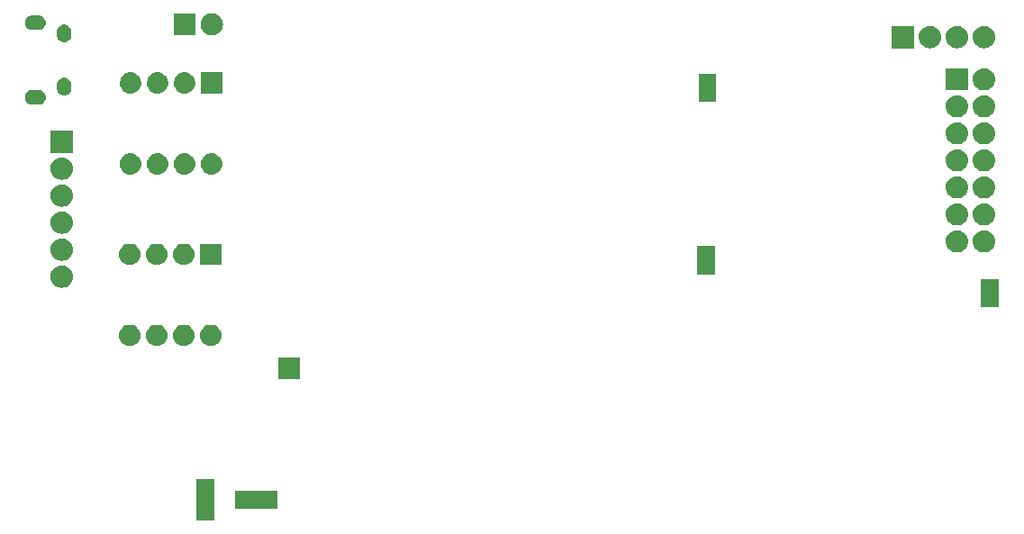
<source format=gbr>
G04 #@! TF.GenerationSoftware,KiCad,Pcbnew,5.0.2-bee76a0~70~ubuntu16.04.1*
G04 #@! TF.CreationDate,2019-03-26T22:40:40+05:30*
G04 #@! TF.ProjectId,neurolab,6e657572-6f6c-4616-922e-6b696361645f,rev?*
G04 #@! TF.SameCoordinates,Original*
G04 #@! TF.FileFunction,Soldermask,Bot*
G04 #@! TF.FilePolarity,Negative*
%FSLAX46Y46*%
G04 Gerber Fmt 4.6, Leading zero omitted, Abs format (unit mm)*
G04 Created by KiCad (PCBNEW 5.0.2-bee76a0~70~ubuntu16.04.1) date Tue 26 Mar 2019 22:40:40 +0530*
%MOMM*%
%LPD*%
G01*
G04 APERTURE LIST*
%ADD10C,0.100000*%
G04 APERTURE END LIST*
D10*
G36*
X110010000Y-126355000D02*
X108340000Y-126355000D01*
X108340000Y-122445000D01*
X110010000Y-122445000D01*
X110010000Y-126355000D01*
X110010000Y-126355000D01*
G37*
G36*
X115930000Y-125210000D02*
X112020000Y-125210000D01*
X112020000Y-123540000D01*
X115930000Y-123540000D01*
X115930000Y-125210000D01*
X115930000Y-125210000D01*
G37*
G36*
X118120000Y-113070000D02*
X116020000Y-113070000D01*
X116020000Y-110970000D01*
X118120000Y-110970000D01*
X118120000Y-113070000D01*
X118120000Y-113070000D01*
G37*
G36*
X102276030Y-107934469D02*
X102276033Y-107934470D01*
X102276034Y-107934470D01*
X102464535Y-107991651D01*
X102464537Y-107991652D01*
X102638260Y-108084509D01*
X102790528Y-108209472D01*
X102915491Y-108361740D01*
X103008348Y-108535463D01*
X103065531Y-108723970D01*
X103084838Y-108920000D01*
X103065531Y-109116030D01*
X103008348Y-109304537D01*
X102915491Y-109478260D01*
X102790528Y-109630528D01*
X102638260Y-109755491D01*
X102638258Y-109755492D01*
X102464535Y-109848349D01*
X102276034Y-109905530D01*
X102276033Y-109905530D01*
X102276030Y-109905531D01*
X102129124Y-109920000D01*
X102030876Y-109920000D01*
X101883970Y-109905531D01*
X101883967Y-109905530D01*
X101883966Y-109905530D01*
X101695465Y-109848349D01*
X101521742Y-109755492D01*
X101521740Y-109755491D01*
X101369472Y-109630528D01*
X101244509Y-109478260D01*
X101151652Y-109304537D01*
X101094469Y-109116030D01*
X101075162Y-108920000D01*
X101094469Y-108723970D01*
X101151652Y-108535463D01*
X101244509Y-108361740D01*
X101369472Y-108209472D01*
X101521740Y-108084509D01*
X101695463Y-107991652D01*
X101695465Y-107991651D01*
X101883966Y-107934470D01*
X101883967Y-107934470D01*
X101883970Y-107934469D01*
X102030876Y-107920000D01*
X102129124Y-107920000D01*
X102276030Y-107934469D01*
X102276030Y-107934469D01*
G37*
G36*
X109896030Y-107934469D02*
X109896033Y-107934470D01*
X109896034Y-107934470D01*
X110084535Y-107991651D01*
X110084537Y-107991652D01*
X110258260Y-108084509D01*
X110410528Y-108209472D01*
X110535491Y-108361740D01*
X110628348Y-108535463D01*
X110685531Y-108723970D01*
X110704838Y-108920000D01*
X110685531Y-109116030D01*
X110628348Y-109304537D01*
X110535491Y-109478260D01*
X110410528Y-109630528D01*
X110258260Y-109755491D01*
X110258258Y-109755492D01*
X110084535Y-109848349D01*
X109896034Y-109905530D01*
X109896033Y-109905530D01*
X109896030Y-109905531D01*
X109749124Y-109920000D01*
X109650876Y-109920000D01*
X109503970Y-109905531D01*
X109503967Y-109905530D01*
X109503966Y-109905530D01*
X109315465Y-109848349D01*
X109141742Y-109755492D01*
X109141740Y-109755491D01*
X108989472Y-109630528D01*
X108864509Y-109478260D01*
X108771652Y-109304537D01*
X108714469Y-109116030D01*
X108695162Y-108920000D01*
X108714469Y-108723970D01*
X108771652Y-108535463D01*
X108864509Y-108361740D01*
X108989472Y-108209472D01*
X109141740Y-108084509D01*
X109315463Y-107991652D01*
X109315465Y-107991651D01*
X109503966Y-107934470D01*
X109503967Y-107934470D01*
X109503970Y-107934469D01*
X109650876Y-107920000D01*
X109749124Y-107920000D01*
X109896030Y-107934469D01*
X109896030Y-107934469D01*
G37*
G36*
X107356030Y-107934469D02*
X107356033Y-107934470D01*
X107356034Y-107934470D01*
X107544535Y-107991651D01*
X107544537Y-107991652D01*
X107718260Y-108084509D01*
X107870528Y-108209472D01*
X107995491Y-108361740D01*
X108088348Y-108535463D01*
X108145531Y-108723970D01*
X108164838Y-108920000D01*
X108145531Y-109116030D01*
X108088348Y-109304537D01*
X107995491Y-109478260D01*
X107870528Y-109630528D01*
X107718260Y-109755491D01*
X107718258Y-109755492D01*
X107544535Y-109848349D01*
X107356034Y-109905530D01*
X107356033Y-109905530D01*
X107356030Y-109905531D01*
X107209124Y-109920000D01*
X107110876Y-109920000D01*
X106963970Y-109905531D01*
X106963967Y-109905530D01*
X106963966Y-109905530D01*
X106775465Y-109848349D01*
X106601742Y-109755492D01*
X106601740Y-109755491D01*
X106449472Y-109630528D01*
X106324509Y-109478260D01*
X106231652Y-109304537D01*
X106174469Y-109116030D01*
X106155162Y-108920000D01*
X106174469Y-108723970D01*
X106231652Y-108535463D01*
X106324509Y-108361740D01*
X106449472Y-108209472D01*
X106601740Y-108084509D01*
X106775463Y-107991652D01*
X106775465Y-107991651D01*
X106963966Y-107934470D01*
X106963967Y-107934470D01*
X106963970Y-107934469D01*
X107110876Y-107920000D01*
X107209124Y-107920000D01*
X107356030Y-107934469D01*
X107356030Y-107934469D01*
G37*
G36*
X104816030Y-107934469D02*
X104816033Y-107934470D01*
X104816034Y-107934470D01*
X105004535Y-107991651D01*
X105004537Y-107991652D01*
X105178260Y-108084509D01*
X105330528Y-108209472D01*
X105455491Y-108361740D01*
X105548348Y-108535463D01*
X105605531Y-108723970D01*
X105624838Y-108920000D01*
X105605531Y-109116030D01*
X105548348Y-109304537D01*
X105455491Y-109478260D01*
X105330528Y-109630528D01*
X105178260Y-109755491D01*
X105178258Y-109755492D01*
X105004535Y-109848349D01*
X104816034Y-109905530D01*
X104816033Y-109905530D01*
X104816030Y-109905531D01*
X104669124Y-109920000D01*
X104570876Y-109920000D01*
X104423970Y-109905531D01*
X104423967Y-109905530D01*
X104423966Y-109905530D01*
X104235465Y-109848349D01*
X104061742Y-109755492D01*
X104061740Y-109755491D01*
X103909472Y-109630528D01*
X103784509Y-109478260D01*
X103691652Y-109304537D01*
X103634469Y-109116030D01*
X103615162Y-108920000D01*
X103634469Y-108723970D01*
X103691652Y-108535463D01*
X103784509Y-108361740D01*
X103909472Y-108209472D01*
X104061740Y-108084509D01*
X104235463Y-107991652D01*
X104235465Y-107991651D01*
X104423966Y-107934470D01*
X104423967Y-107934470D01*
X104423970Y-107934469D01*
X104570876Y-107920000D01*
X104669124Y-107920000D01*
X104816030Y-107934469D01*
X104816030Y-107934469D01*
G37*
G36*
X183795000Y-106255000D02*
X182125000Y-106255000D01*
X182125000Y-103605000D01*
X183795000Y-103605000D01*
X183795000Y-106255000D01*
X183795000Y-106255000D01*
G37*
G36*
X95828707Y-102357597D02*
X95905836Y-102365193D01*
X96037787Y-102405220D01*
X96103763Y-102425233D01*
X96286172Y-102522733D01*
X96446054Y-102653946D01*
X96577267Y-102813828D01*
X96674767Y-102996237D01*
X96674767Y-102996238D01*
X96734807Y-103194164D01*
X96755080Y-103400000D01*
X96734807Y-103605836D01*
X96694780Y-103737787D01*
X96674767Y-103803763D01*
X96577267Y-103986172D01*
X96446054Y-104146054D01*
X96286172Y-104277267D01*
X96103763Y-104374767D01*
X96037787Y-104394780D01*
X95905836Y-104434807D01*
X95828707Y-104442403D01*
X95751580Y-104450000D01*
X95648420Y-104450000D01*
X95571293Y-104442403D01*
X95494164Y-104434807D01*
X95362213Y-104394780D01*
X95296237Y-104374767D01*
X95113828Y-104277267D01*
X94953946Y-104146054D01*
X94822733Y-103986172D01*
X94725233Y-103803763D01*
X94705220Y-103737787D01*
X94665193Y-103605836D01*
X94644920Y-103400000D01*
X94665193Y-103194164D01*
X94725233Y-102996238D01*
X94725233Y-102996237D01*
X94822733Y-102813828D01*
X94953946Y-102653946D01*
X95113828Y-102522733D01*
X95296237Y-102425233D01*
X95362213Y-102405220D01*
X95494164Y-102365193D01*
X95571293Y-102357597D01*
X95648420Y-102350000D01*
X95751580Y-102350000D01*
X95828707Y-102357597D01*
X95828707Y-102357597D01*
G37*
G36*
X157085000Y-103200000D02*
X155415000Y-103200000D01*
X155415000Y-100550000D01*
X157085000Y-100550000D01*
X157085000Y-103200000D01*
X157085000Y-103200000D01*
G37*
G36*
X110700000Y-102300000D02*
X108700000Y-102300000D01*
X108700000Y-100300000D01*
X110700000Y-100300000D01*
X110700000Y-102300000D01*
X110700000Y-102300000D01*
G37*
G36*
X107356030Y-100314469D02*
X107356033Y-100314470D01*
X107356034Y-100314470D01*
X107544535Y-100371651D01*
X107544537Y-100371652D01*
X107718260Y-100464509D01*
X107870528Y-100589472D01*
X107995491Y-100741740D01*
X108088348Y-100915463D01*
X108145531Y-101103970D01*
X108164838Y-101300000D01*
X108145531Y-101496030D01*
X108088348Y-101684537D01*
X107995491Y-101858260D01*
X107870528Y-102010528D01*
X107718260Y-102135491D01*
X107718258Y-102135492D01*
X107544535Y-102228349D01*
X107356034Y-102285530D01*
X107356033Y-102285530D01*
X107356030Y-102285531D01*
X107209124Y-102300000D01*
X107110876Y-102300000D01*
X106963970Y-102285531D01*
X106963967Y-102285530D01*
X106963966Y-102285530D01*
X106775465Y-102228349D01*
X106601742Y-102135492D01*
X106601740Y-102135491D01*
X106449472Y-102010528D01*
X106324509Y-101858260D01*
X106231652Y-101684537D01*
X106174469Y-101496030D01*
X106155162Y-101300000D01*
X106174469Y-101103970D01*
X106231652Y-100915463D01*
X106324509Y-100741740D01*
X106449472Y-100589472D01*
X106601740Y-100464509D01*
X106775463Y-100371652D01*
X106775465Y-100371651D01*
X106963966Y-100314470D01*
X106963967Y-100314470D01*
X106963970Y-100314469D01*
X107110876Y-100300000D01*
X107209124Y-100300000D01*
X107356030Y-100314469D01*
X107356030Y-100314469D01*
G37*
G36*
X104816030Y-100314469D02*
X104816033Y-100314470D01*
X104816034Y-100314470D01*
X105004535Y-100371651D01*
X105004537Y-100371652D01*
X105178260Y-100464509D01*
X105330528Y-100589472D01*
X105455491Y-100741740D01*
X105548348Y-100915463D01*
X105605531Y-101103970D01*
X105624838Y-101300000D01*
X105605531Y-101496030D01*
X105548348Y-101684537D01*
X105455491Y-101858260D01*
X105330528Y-102010528D01*
X105178260Y-102135491D01*
X105178258Y-102135492D01*
X105004535Y-102228349D01*
X104816034Y-102285530D01*
X104816033Y-102285530D01*
X104816030Y-102285531D01*
X104669124Y-102300000D01*
X104570876Y-102300000D01*
X104423970Y-102285531D01*
X104423967Y-102285530D01*
X104423966Y-102285530D01*
X104235465Y-102228349D01*
X104061742Y-102135492D01*
X104061740Y-102135491D01*
X103909472Y-102010528D01*
X103784509Y-101858260D01*
X103691652Y-101684537D01*
X103634469Y-101496030D01*
X103615162Y-101300000D01*
X103634469Y-101103970D01*
X103691652Y-100915463D01*
X103784509Y-100741740D01*
X103909472Y-100589472D01*
X104061740Y-100464509D01*
X104235463Y-100371652D01*
X104235465Y-100371651D01*
X104423966Y-100314470D01*
X104423967Y-100314470D01*
X104423970Y-100314469D01*
X104570876Y-100300000D01*
X104669124Y-100300000D01*
X104816030Y-100314469D01*
X104816030Y-100314469D01*
G37*
G36*
X102276030Y-100314469D02*
X102276033Y-100314470D01*
X102276034Y-100314470D01*
X102464535Y-100371651D01*
X102464537Y-100371652D01*
X102638260Y-100464509D01*
X102790528Y-100589472D01*
X102915491Y-100741740D01*
X103008348Y-100915463D01*
X103065531Y-101103970D01*
X103084838Y-101300000D01*
X103065531Y-101496030D01*
X103008348Y-101684537D01*
X102915491Y-101858260D01*
X102790528Y-102010528D01*
X102638260Y-102135491D01*
X102638258Y-102135492D01*
X102464535Y-102228349D01*
X102276034Y-102285530D01*
X102276033Y-102285530D01*
X102276030Y-102285531D01*
X102129124Y-102300000D01*
X102030876Y-102300000D01*
X101883970Y-102285531D01*
X101883967Y-102285530D01*
X101883966Y-102285530D01*
X101695465Y-102228349D01*
X101521742Y-102135492D01*
X101521740Y-102135491D01*
X101369472Y-102010528D01*
X101244509Y-101858260D01*
X101151652Y-101684537D01*
X101094469Y-101496030D01*
X101075162Y-101300000D01*
X101094469Y-101103970D01*
X101151652Y-100915463D01*
X101244509Y-100741740D01*
X101369472Y-100589472D01*
X101521740Y-100464509D01*
X101695463Y-100371652D01*
X101695465Y-100371651D01*
X101883966Y-100314470D01*
X101883967Y-100314470D01*
X101883970Y-100314469D01*
X102030876Y-100300000D01*
X102129124Y-100300000D01*
X102276030Y-100314469D01*
X102276030Y-100314469D01*
G37*
G36*
X95828707Y-99817596D02*
X95905836Y-99825193D01*
X96037787Y-99865220D01*
X96103763Y-99885233D01*
X96286172Y-99982733D01*
X96446054Y-100113946D01*
X96577267Y-100273828D01*
X96674767Y-100456237D01*
X96674767Y-100456238D01*
X96734807Y-100654164D01*
X96755080Y-100860000D01*
X96734807Y-101065836D01*
X96694780Y-101197787D01*
X96674767Y-101263763D01*
X96577267Y-101446172D01*
X96446054Y-101606054D01*
X96286172Y-101737267D01*
X96103763Y-101834767D01*
X96037787Y-101854780D01*
X95905836Y-101894807D01*
X95828707Y-101902404D01*
X95751580Y-101910000D01*
X95648420Y-101910000D01*
X95571293Y-101902404D01*
X95494164Y-101894807D01*
X95362213Y-101854780D01*
X95296237Y-101834767D01*
X95113828Y-101737267D01*
X94953946Y-101606054D01*
X94822733Y-101446172D01*
X94725233Y-101263763D01*
X94705220Y-101197787D01*
X94665193Y-101065836D01*
X94644920Y-100860000D01*
X94665193Y-100654164D01*
X94725233Y-100456238D01*
X94725233Y-100456237D01*
X94822733Y-100273828D01*
X94953946Y-100113946D01*
X95113828Y-99982733D01*
X95296237Y-99885233D01*
X95362213Y-99865220D01*
X95494164Y-99825193D01*
X95571293Y-99817596D01*
X95648420Y-99810000D01*
X95751580Y-99810000D01*
X95828707Y-99817596D01*
X95828707Y-99817596D01*
G37*
G36*
X182518707Y-99047596D02*
X182595836Y-99055193D01*
X182727787Y-99095220D01*
X182793763Y-99115233D01*
X182976172Y-99212733D01*
X183136054Y-99343946D01*
X183267267Y-99503828D01*
X183364767Y-99686237D01*
X183364767Y-99686238D01*
X183424807Y-99884164D01*
X183445080Y-100090000D01*
X183424807Y-100295836D01*
X183384780Y-100427787D01*
X183364767Y-100493763D01*
X183267267Y-100676172D01*
X183136054Y-100836054D01*
X182976172Y-100967267D01*
X182793763Y-101064767D01*
X182727787Y-101084780D01*
X182595836Y-101124807D01*
X182518707Y-101132403D01*
X182441580Y-101140000D01*
X182338420Y-101140000D01*
X182261293Y-101132404D01*
X182184164Y-101124807D01*
X182052213Y-101084780D01*
X181986237Y-101064767D01*
X181803828Y-100967267D01*
X181643946Y-100836054D01*
X181512733Y-100676172D01*
X181415233Y-100493763D01*
X181395220Y-100427787D01*
X181355193Y-100295836D01*
X181334920Y-100090000D01*
X181355193Y-99884164D01*
X181415233Y-99686238D01*
X181415233Y-99686237D01*
X181512733Y-99503828D01*
X181643946Y-99343946D01*
X181803828Y-99212733D01*
X181986237Y-99115233D01*
X182052213Y-99095220D01*
X182184164Y-99055193D01*
X182261293Y-99047597D01*
X182338420Y-99040000D01*
X182441580Y-99040000D01*
X182518707Y-99047596D01*
X182518707Y-99047596D01*
G37*
G36*
X179978707Y-99047596D02*
X180055836Y-99055193D01*
X180187787Y-99095220D01*
X180253763Y-99115233D01*
X180436172Y-99212733D01*
X180596054Y-99343946D01*
X180727267Y-99503828D01*
X180824767Y-99686237D01*
X180824767Y-99686238D01*
X180884807Y-99884164D01*
X180905080Y-100090000D01*
X180884807Y-100295836D01*
X180844780Y-100427787D01*
X180824767Y-100493763D01*
X180727267Y-100676172D01*
X180596054Y-100836054D01*
X180436172Y-100967267D01*
X180253763Y-101064767D01*
X180187787Y-101084780D01*
X180055836Y-101124807D01*
X179978707Y-101132403D01*
X179901580Y-101140000D01*
X179798420Y-101140000D01*
X179721293Y-101132404D01*
X179644164Y-101124807D01*
X179512213Y-101084780D01*
X179446237Y-101064767D01*
X179263828Y-100967267D01*
X179103946Y-100836054D01*
X178972733Y-100676172D01*
X178875233Y-100493763D01*
X178855220Y-100427787D01*
X178815193Y-100295836D01*
X178794920Y-100090000D01*
X178815193Y-99884164D01*
X178875233Y-99686238D01*
X178875233Y-99686237D01*
X178972733Y-99503828D01*
X179103946Y-99343946D01*
X179263828Y-99212733D01*
X179446237Y-99115233D01*
X179512213Y-99095220D01*
X179644164Y-99055193D01*
X179721293Y-99047597D01*
X179798420Y-99040000D01*
X179901580Y-99040000D01*
X179978707Y-99047596D01*
X179978707Y-99047596D01*
G37*
G36*
X95828707Y-97277596D02*
X95905836Y-97285193D01*
X96037787Y-97325220D01*
X96103763Y-97345233D01*
X96286172Y-97442733D01*
X96446054Y-97573946D01*
X96577267Y-97733828D01*
X96674767Y-97916237D01*
X96674767Y-97916238D01*
X96734807Y-98114164D01*
X96755080Y-98320000D01*
X96734807Y-98525836D01*
X96694780Y-98657787D01*
X96674767Y-98723763D01*
X96577267Y-98906172D01*
X96446054Y-99066054D01*
X96286172Y-99197267D01*
X96103763Y-99294767D01*
X96037787Y-99314780D01*
X95905836Y-99354807D01*
X95828707Y-99362403D01*
X95751580Y-99370000D01*
X95648420Y-99370000D01*
X95571293Y-99362404D01*
X95494164Y-99354807D01*
X95362213Y-99314780D01*
X95296237Y-99294767D01*
X95113828Y-99197267D01*
X94953946Y-99066054D01*
X94822733Y-98906172D01*
X94725233Y-98723763D01*
X94705220Y-98657787D01*
X94665193Y-98525836D01*
X94644920Y-98320000D01*
X94665193Y-98114164D01*
X94725233Y-97916238D01*
X94725233Y-97916237D01*
X94822733Y-97733828D01*
X94953946Y-97573946D01*
X95113828Y-97442733D01*
X95296237Y-97345233D01*
X95362213Y-97325220D01*
X95494164Y-97285193D01*
X95571293Y-97277596D01*
X95648420Y-97270000D01*
X95751580Y-97270000D01*
X95828707Y-97277596D01*
X95828707Y-97277596D01*
G37*
G36*
X179978707Y-96507596D02*
X180055836Y-96515193D01*
X180187787Y-96555220D01*
X180253763Y-96575233D01*
X180436172Y-96672733D01*
X180596054Y-96803946D01*
X180727267Y-96963828D01*
X180824767Y-97146237D01*
X180824767Y-97146238D01*
X180884807Y-97344164D01*
X180905080Y-97550000D01*
X180884807Y-97755836D01*
X180844780Y-97887787D01*
X180824767Y-97953763D01*
X180727267Y-98136172D01*
X180596054Y-98296054D01*
X180436172Y-98427267D01*
X180253763Y-98524767D01*
X180187787Y-98544780D01*
X180055836Y-98584807D01*
X179978707Y-98592403D01*
X179901580Y-98600000D01*
X179798420Y-98600000D01*
X179721293Y-98592404D01*
X179644164Y-98584807D01*
X179512213Y-98544780D01*
X179446237Y-98524767D01*
X179263828Y-98427267D01*
X179103946Y-98296054D01*
X178972733Y-98136172D01*
X178875233Y-97953763D01*
X178855220Y-97887787D01*
X178815193Y-97755836D01*
X178794920Y-97550000D01*
X178815193Y-97344164D01*
X178875233Y-97146238D01*
X178875233Y-97146237D01*
X178972733Y-96963828D01*
X179103946Y-96803946D01*
X179263828Y-96672733D01*
X179446237Y-96575233D01*
X179512213Y-96555220D01*
X179644164Y-96515193D01*
X179721293Y-96507597D01*
X179798420Y-96500000D01*
X179901580Y-96500000D01*
X179978707Y-96507596D01*
X179978707Y-96507596D01*
G37*
G36*
X182518707Y-96507596D02*
X182595836Y-96515193D01*
X182727787Y-96555220D01*
X182793763Y-96575233D01*
X182976172Y-96672733D01*
X183136054Y-96803946D01*
X183267267Y-96963828D01*
X183364767Y-97146237D01*
X183364767Y-97146238D01*
X183424807Y-97344164D01*
X183445080Y-97550000D01*
X183424807Y-97755836D01*
X183384780Y-97887787D01*
X183364767Y-97953763D01*
X183267267Y-98136172D01*
X183136054Y-98296054D01*
X182976172Y-98427267D01*
X182793763Y-98524767D01*
X182727787Y-98544780D01*
X182595836Y-98584807D01*
X182518707Y-98592403D01*
X182441580Y-98600000D01*
X182338420Y-98600000D01*
X182261293Y-98592404D01*
X182184164Y-98584807D01*
X182052213Y-98544780D01*
X181986237Y-98524767D01*
X181803828Y-98427267D01*
X181643946Y-98296054D01*
X181512733Y-98136172D01*
X181415233Y-97953763D01*
X181395220Y-97887787D01*
X181355193Y-97755836D01*
X181334920Y-97550000D01*
X181355193Y-97344164D01*
X181415233Y-97146238D01*
X181415233Y-97146237D01*
X181512733Y-96963828D01*
X181643946Y-96803946D01*
X181803828Y-96672733D01*
X181986237Y-96575233D01*
X182052213Y-96555220D01*
X182184164Y-96515193D01*
X182261293Y-96507597D01*
X182338420Y-96500000D01*
X182441580Y-96500000D01*
X182518707Y-96507596D01*
X182518707Y-96507596D01*
G37*
G36*
X95828707Y-94737596D02*
X95905836Y-94745193D01*
X96037787Y-94785220D01*
X96103763Y-94805233D01*
X96286172Y-94902733D01*
X96446054Y-95033946D01*
X96577267Y-95193828D01*
X96674767Y-95376237D01*
X96674767Y-95376238D01*
X96734807Y-95574164D01*
X96755080Y-95780000D01*
X96734807Y-95985836D01*
X96694780Y-96117787D01*
X96674767Y-96183763D01*
X96577267Y-96366172D01*
X96446054Y-96526054D01*
X96286172Y-96657267D01*
X96103763Y-96754767D01*
X96037787Y-96774780D01*
X95905836Y-96814807D01*
X95828707Y-96822404D01*
X95751580Y-96830000D01*
X95648420Y-96830000D01*
X95571293Y-96822404D01*
X95494164Y-96814807D01*
X95362213Y-96774780D01*
X95296237Y-96754767D01*
X95113828Y-96657267D01*
X94953946Y-96526054D01*
X94822733Y-96366172D01*
X94725233Y-96183763D01*
X94705220Y-96117787D01*
X94665193Y-95985836D01*
X94644920Y-95780000D01*
X94665193Y-95574164D01*
X94725233Y-95376238D01*
X94725233Y-95376237D01*
X94822733Y-95193828D01*
X94953946Y-95033946D01*
X95113828Y-94902733D01*
X95296237Y-94805233D01*
X95362213Y-94785220D01*
X95494164Y-94745193D01*
X95571293Y-94737596D01*
X95648420Y-94730000D01*
X95751580Y-94730000D01*
X95828707Y-94737596D01*
X95828707Y-94737596D01*
G37*
G36*
X179978707Y-93967596D02*
X180055836Y-93975193D01*
X180187787Y-94015220D01*
X180253763Y-94035233D01*
X180436172Y-94132733D01*
X180596054Y-94263946D01*
X180727267Y-94423828D01*
X180824767Y-94606237D01*
X180824767Y-94606238D01*
X180884807Y-94804164D01*
X180905080Y-95010000D01*
X180884807Y-95215836D01*
X180844780Y-95347787D01*
X180824767Y-95413763D01*
X180727267Y-95596172D01*
X180596054Y-95756054D01*
X180436172Y-95887267D01*
X180253763Y-95984767D01*
X180187787Y-96004780D01*
X180055836Y-96044807D01*
X179978707Y-96052403D01*
X179901580Y-96060000D01*
X179798420Y-96060000D01*
X179721293Y-96052404D01*
X179644164Y-96044807D01*
X179512213Y-96004780D01*
X179446237Y-95984767D01*
X179263828Y-95887267D01*
X179103946Y-95756054D01*
X178972733Y-95596172D01*
X178875233Y-95413763D01*
X178855220Y-95347787D01*
X178815193Y-95215836D01*
X178794920Y-95010000D01*
X178815193Y-94804164D01*
X178875233Y-94606238D01*
X178875233Y-94606237D01*
X178972733Y-94423828D01*
X179103946Y-94263946D01*
X179263828Y-94132733D01*
X179446237Y-94035233D01*
X179512213Y-94015220D01*
X179644164Y-93975193D01*
X179721293Y-93967596D01*
X179798420Y-93960000D01*
X179901580Y-93960000D01*
X179978707Y-93967596D01*
X179978707Y-93967596D01*
G37*
G36*
X182518707Y-93967596D02*
X182595836Y-93975193D01*
X182727787Y-94015220D01*
X182793763Y-94035233D01*
X182976172Y-94132733D01*
X183136054Y-94263946D01*
X183267267Y-94423828D01*
X183364767Y-94606237D01*
X183364767Y-94606238D01*
X183424807Y-94804164D01*
X183445080Y-95010000D01*
X183424807Y-95215836D01*
X183384780Y-95347787D01*
X183364767Y-95413763D01*
X183267267Y-95596172D01*
X183136054Y-95756054D01*
X182976172Y-95887267D01*
X182793763Y-95984767D01*
X182727787Y-96004780D01*
X182595836Y-96044807D01*
X182518707Y-96052403D01*
X182441580Y-96060000D01*
X182338420Y-96060000D01*
X182261293Y-96052404D01*
X182184164Y-96044807D01*
X182052213Y-96004780D01*
X181986237Y-95984767D01*
X181803828Y-95887267D01*
X181643946Y-95756054D01*
X181512733Y-95596172D01*
X181415233Y-95413763D01*
X181395220Y-95347787D01*
X181355193Y-95215836D01*
X181334920Y-95010000D01*
X181355193Y-94804164D01*
X181415233Y-94606238D01*
X181415233Y-94606237D01*
X181512733Y-94423828D01*
X181643946Y-94263946D01*
X181803828Y-94132733D01*
X181986237Y-94035233D01*
X182052213Y-94015220D01*
X182184164Y-93975193D01*
X182261293Y-93967596D01*
X182338420Y-93960000D01*
X182441580Y-93960000D01*
X182518707Y-93967596D01*
X182518707Y-93967596D01*
G37*
G36*
X95828707Y-92197596D02*
X95905836Y-92205193D01*
X96009839Y-92236742D01*
X96103763Y-92265233D01*
X96286172Y-92362733D01*
X96446054Y-92493946D01*
X96577267Y-92653828D01*
X96674767Y-92836237D01*
X96674767Y-92836238D01*
X96734807Y-93034164D01*
X96755080Y-93240000D01*
X96734807Y-93445836D01*
X96694780Y-93577787D01*
X96674767Y-93643763D01*
X96577267Y-93826172D01*
X96446054Y-93986054D01*
X96286172Y-94117267D01*
X96103763Y-94214767D01*
X96037787Y-94234780D01*
X95905836Y-94274807D01*
X95828707Y-94282403D01*
X95751580Y-94290000D01*
X95648420Y-94290000D01*
X95571293Y-94282403D01*
X95494164Y-94274807D01*
X95362213Y-94234780D01*
X95296237Y-94214767D01*
X95113828Y-94117267D01*
X94953946Y-93986054D01*
X94822733Y-93826172D01*
X94725233Y-93643763D01*
X94705220Y-93577787D01*
X94665193Y-93445836D01*
X94644920Y-93240000D01*
X94665193Y-93034164D01*
X94725233Y-92836238D01*
X94725233Y-92836237D01*
X94822733Y-92653828D01*
X94953946Y-92493946D01*
X95113828Y-92362733D01*
X95296237Y-92265233D01*
X95390161Y-92236742D01*
X95494164Y-92205193D01*
X95571293Y-92197596D01*
X95648420Y-92190000D01*
X95751580Y-92190000D01*
X95828707Y-92197596D01*
X95828707Y-92197596D01*
G37*
G36*
X104891030Y-91809469D02*
X104891033Y-91809470D01*
X104891034Y-91809470D01*
X105079535Y-91866651D01*
X105079537Y-91866652D01*
X105253260Y-91959509D01*
X105405528Y-92084472D01*
X105530491Y-92236740D01*
X105545721Y-92265233D01*
X105623349Y-92410465D01*
X105680530Y-92598966D01*
X105680531Y-92598970D01*
X105699838Y-92795000D01*
X105680531Y-92991030D01*
X105680530Y-92991033D01*
X105680530Y-92991034D01*
X105660771Y-93056172D01*
X105623348Y-93179537D01*
X105530491Y-93353260D01*
X105405528Y-93505528D01*
X105253260Y-93630491D01*
X105253258Y-93630492D01*
X105079535Y-93723349D01*
X104891034Y-93780530D01*
X104891033Y-93780530D01*
X104891030Y-93780531D01*
X104744124Y-93795000D01*
X104645876Y-93795000D01*
X104498970Y-93780531D01*
X104498967Y-93780530D01*
X104498966Y-93780530D01*
X104310465Y-93723349D01*
X104136742Y-93630492D01*
X104136740Y-93630491D01*
X103984472Y-93505528D01*
X103859509Y-93353260D01*
X103766652Y-93179537D01*
X103729230Y-93056172D01*
X103709470Y-92991034D01*
X103709470Y-92991033D01*
X103709469Y-92991030D01*
X103690162Y-92795000D01*
X103709469Y-92598970D01*
X103709470Y-92598966D01*
X103766651Y-92410465D01*
X103844279Y-92265233D01*
X103859509Y-92236740D01*
X103984472Y-92084472D01*
X104136740Y-91959509D01*
X104310463Y-91866652D01*
X104310465Y-91866651D01*
X104498966Y-91809470D01*
X104498967Y-91809470D01*
X104498970Y-91809469D01*
X104645876Y-91795000D01*
X104744124Y-91795000D01*
X104891030Y-91809469D01*
X104891030Y-91809469D01*
G37*
G36*
X107431030Y-91809469D02*
X107431033Y-91809470D01*
X107431034Y-91809470D01*
X107619535Y-91866651D01*
X107619537Y-91866652D01*
X107793260Y-91959509D01*
X107945528Y-92084472D01*
X108070491Y-92236740D01*
X108085721Y-92265233D01*
X108163349Y-92410465D01*
X108220530Y-92598966D01*
X108220531Y-92598970D01*
X108239838Y-92795000D01*
X108220531Y-92991030D01*
X108220530Y-92991033D01*
X108220530Y-92991034D01*
X108200771Y-93056172D01*
X108163348Y-93179537D01*
X108070491Y-93353260D01*
X107945528Y-93505528D01*
X107793260Y-93630491D01*
X107793258Y-93630492D01*
X107619535Y-93723349D01*
X107431034Y-93780530D01*
X107431033Y-93780530D01*
X107431030Y-93780531D01*
X107284124Y-93795000D01*
X107185876Y-93795000D01*
X107038970Y-93780531D01*
X107038967Y-93780530D01*
X107038966Y-93780530D01*
X106850465Y-93723349D01*
X106676742Y-93630492D01*
X106676740Y-93630491D01*
X106524472Y-93505528D01*
X106399509Y-93353260D01*
X106306652Y-93179537D01*
X106269230Y-93056172D01*
X106249470Y-92991034D01*
X106249470Y-92991033D01*
X106249469Y-92991030D01*
X106230162Y-92795000D01*
X106249469Y-92598970D01*
X106249470Y-92598966D01*
X106306651Y-92410465D01*
X106384279Y-92265233D01*
X106399509Y-92236740D01*
X106524472Y-92084472D01*
X106676740Y-91959509D01*
X106850463Y-91866652D01*
X106850465Y-91866651D01*
X107038966Y-91809470D01*
X107038967Y-91809470D01*
X107038970Y-91809469D01*
X107185876Y-91795000D01*
X107284124Y-91795000D01*
X107431030Y-91809469D01*
X107431030Y-91809469D01*
G37*
G36*
X102351030Y-91809469D02*
X102351033Y-91809470D01*
X102351034Y-91809470D01*
X102539535Y-91866651D01*
X102539537Y-91866652D01*
X102713260Y-91959509D01*
X102865528Y-92084472D01*
X102990491Y-92236740D01*
X103005721Y-92265233D01*
X103083349Y-92410465D01*
X103140530Y-92598966D01*
X103140531Y-92598970D01*
X103159838Y-92795000D01*
X103140531Y-92991030D01*
X103140530Y-92991033D01*
X103140530Y-92991034D01*
X103120771Y-93056172D01*
X103083348Y-93179537D01*
X102990491Y-93353260D01*
X102865528Y-93505528D01*
X102713260Y-93630491D01*
X102713258Y-93630492D01*
X102539535Y-93723349D01*
X102351034Y-93780530D01*
X102351033Y-93780530D01*
X102351030Y-93780531D01*
X102204124Y-93795000D01*
X102105876Y-93795000D01*
X101958970Y-93780531D01*
X101958967Y-93780530D01*
X101958966Y-93780530D01*
X101770465Y-93723349D01*
X101596742Y-93630492D01*
X101596740Y-93630491D01*
X101444472Y-93505528D01*
X101319509Y-93353260D01*
X101226652Y-93179537D01*
X101189230Y-93056172D01*
X101169470Y-92991034D01*
X101169470Y-92991033D01*
X101169469Y-92991030D01*
X101150162Y-92795000D01*
X101169469Y-92598970D01*
X101169470Y-92598966D01*
X101226651Y-92410465D01*
X101304279Y-92265233D01*
X101319509Y-92236740D01*
X101444472Y-92084472D01*
X101596740Y-91959509D01*
X101770463Y-91866652D01*
X101770465Y-91866651D01*
X101958966Y-91809470D01*
X101958967Y-91809470D01*
X101958970Y-91809469D01*
X102105876Y-91795000D01*
X102204124Y-91795000D01*
X102351030Y-91809469D01*
X102351030Y-91809469D01*
G37*
G36*
X109971030Y-91809469D02*
X109971033Y-91809470D01*
X109971034Y-91809470D01*
X110159535Y-91866651D01*
X110159537Y-91866652D01*
X110333260Y-91959509D01*
X110485528Y-92084472D01*
X110610491Y-92236740D01*
X110625721Y-92265233D01*
X110703349Y-92410465D01*
X110760530Y-92598966D01*
X110760531Y-92598970D01*
X110779838Y-92795000D01*
X110760531Y-92991030D01*
X110760530Y-92991033D01*
X110760530Y-92991034D01*
X110740771Y-93056172D01*
X110703348Y-93179537D01*
X110610491Y-93353260D01*
X110485528Y-93505528D01*
X110333260Y-93630491D01*
X110333258Y-93630492D01*
X110159535Y-93723349D01*
X109971034Y-93780530D01*
X109971033Y-93780530D01*
X109971030Y-93780531D01*
X109824124Y-93795000D01*
X109725876Y-93795000D01*
X109578970Y-93780531D01*
X109578967Y-93780530D01*
X109578966Y-93780530D01*
X109390465Y-93723349D01*
X109216742Y-93630492D01*
X109216740Y-93630491D01*
X109064472Y-93505528D01*
X108939509Y-93353260D01*
X108846652Y-93179537D01*
X108809230Y-93056172D01*
X108789470Y-92991034D01*
X108789470Y-92991033D01*
X108789469Y-92991030D01*
X108770162Y-92795000D01*
X108789469Y-92598970D01*
X108789470Y-92598966D01*
X108846651Y-92410465D01*
X108924279Y-92265233D01*
X108939509Y-92236740D01*
X109064472Y-92084472D01*
X109216740Y-91959509D01*
X109390463Y-91866652D01*
X109390465Y-91866651D01*
X109578966Y-91809470D01*
X109578967Y-91809470D01*
X109578970Y-91809469D01*
X109725876Y-91795000D01*
X109824124Y-91795000D01*
X109971030Y-91809469D01*
X109971030Y-91809469D01*
G37*
G36*
X182518707Y-91427596D02*
X182595836Y-91435193D01*
X182727787Y-91475220D01*
X182793763Y-91495233D01*
X182976172Y-91592733D01*
X183136054Y-91723946D01*
X183267267Y-91883828D01*
X183364767Y-92066237D01*
X183364767Y-92066238D01*
X183424807Y-92264164D01*
X183445080Y-92470000D01*
X183424807Y-92675836D01*
X183388659Y-92795000D01*
X183364767Y-92873763D01*
X183267267Y-93056172D01*
X183136054Y-93216054D01*
X182976172Y-93347267D01*
X182793763Y-93444767D01*
X182727787Y-93464780D01*
X182595836Y-93504807D01*
X182518707Y-93512403D01*
X182441580Y-93520000D01*
X182338420Y-93520000D01*
X182261293Y-93512403D01*
X182184164Y-93504807D01*
X182052213Y-93464780D01*
X181986237Y-93444767D01*
X181803828Y-93347267D01*
X181643946Y-93216054D01*
X181512733Y-93056172D01*
X181415233Y-92873763D01*
X181391341Y-92795000D01*
X181355193Y-92675836D01*
X181334920Y-92470000D01*
X181355193Y-92264164D01*
X181415233Y-92066238D01*
X181415233Y-92066237D01*
X181512733Y-91883828D01*
X181643946Y-91723946D01*
X181803828Y-91592733D01*
X181986237Y-91495233D01*
X182052213Y-91475220D01*
X182184164Y-91435193D01*
X182261293Y-91427597D01*
X182338420Y-91420000D01*
X182441580Y-91420000D01*
X182518707Y-91427596D01*
X182518707Y-91427596D01*
G37*
G36*
X179978707Y-91427596D02*
X180055836Y-91435193D01*
X180187787Y-91475220D01*
X180253763Y-91495233D01*
X180436172Y-91592733D01*
X180596054Y-91723946D01*
X180727267Y-91883828D01*
X180824767Y-92066237D01*
X180824767Y-92066238D01*
X180884807Y-92264164D01*
X180905080Y-92470000D01*
X180884807Y-92675836D01*
X180848659Y-92795000D01*
X180824767Y-92873763D01*
X180727267Y-93056172D01*
X180596054Y-93216054D01*
X180436172Y-93347267D01*
X180253763Y-93444767D01*
X180187787Y-93464780D01*
X180055836Y-93504807D01*
X179978707Y-93512403D01*
X179901580Y-93520000D01*
X179798420Y-93520000D01*
X179721293Y-93512403D01*
X179644164Y-93504807D01*
X179512213Y-93464780D01*
X179446237Y-93444767D01*
X179263828Y-93347267D01*
X179103946Y-93216054D01*
X178972733Y-93056172D01*
X178875233Y-92873763D01*
X178851341Y-92795000D01*
X178815193Y-92675836D01*
X178794920Y-92470000D01*
X178815193Y-92264164D01*
X178875233Y-92066238D01*
X178875233Y-92066237D01*
X178972733Y-91883828D01*
X179103946Y-91723946D01*
X179263828Y-91592733D01*
X179446237Y-91495233D01*
X179512213Y-91475220D01*
X179644164Y-91435193D01*
X179721293Y-91427597D01*
X179798420Y-91420000D01*
X179901580Y-91420000D01*
X179978707Y-91427596D01*
X179978707Y-91427596D01*
G37*
G36*
X96750000Y-91750000D02*
X94650000Y-91750000D01*
X94650000Y-89650000D01*
X96750000Y-89650000D01*
X96750000Y-91750000D01*
X96750000Y-91750000D01*
G37*
G36*
X182518707Y-88887597D02*
X182595836Y-88895193D01*
X182727787Y-88935220D01*
X182793763Y-88955233D01*
X182976172Y-89052733D01*
X183136054Y-89183946D01*
X183267267Y-89343828D01*
X183364767Y-89526237D01*
X183364767Y-89526238D01*
X183424807Y-89724164D01*
X183445080Y-89930000D01*
X183424807Y-90135836D01*
X183384780Y-90267787D01*
X183364767Y-90333763D01*
X183267267Y-90516172D01*
X183136054Y-90676054D01*
X182976172Y-90807267D01*
X182793763Y-90904767D01*
X182727787Y-90924780D01*
X182595836Y-90964807D01*
X182518707Y-90972404D01*
X182441580Y-90980000D01*
X182338420Y-90980000D01*
X182261293Y-90972403D01*
X182184164Y-90964807D01*
X182052213Y-90924780D01*
X181986237Y-90904767D01*
X181803828Y-90807267D01*
X181643946Y-90676054D01*
X181512733Y-90516172D01*
X181415233Y-90333763D01*
X181395220Y-90267787D01*
X181355193Y-90135836D01*
X181334920Y-89930000D01*
X181355193Y-89724164D01*
X181415233Y-89526238D01*
X181415233Y-89526237D01*
X181512733Y-89343828D01*
X181643946Y-89183946D01*
X181803828Y-89052733D01*
X181986237Y-88955233D01*
X182052213Y-88935220D01*
X182184164Y-88895193D01*
X182261293Y-88887597D01*
X182338420Y-88880000D01*
X182441580Y-88880000D01*
X182518707Y-88887597D01*
X182518707Y-88887597D01*
G37*
G36*
X179978707Y-88887597D02*
X180055836Y-88895193D01*
X180187787Y-88935220D01*
X180253763Y-88955233D01*
X180436172Y-89052733D01*
X180596054Y-89183946D01*
X180727267Y-89343828D01*
X180824767Y-89526237D01*
X180824767Y-89526238D01*
X180884807Y-89724164D01*
X180905080Y-89930000D01*
X180884807Y-90135836D01*
X180844780Y-90267787D01*
X180824767Y-90333763D01*
X180727267Y-90516172D01*
X180596054Y-90676054D01*
X180436172Y-90807267D01*
X180253763Y-90904767D01*
X180187787Y-90924780D01*
X180055836Y-90964807D01*
X179978707Y-90972404D01*
X179901580Y-90980000D01*
X179798420Y-90980000D01*
X179721293Y-90972403D01*
X179644164Y-90964807D01*
X179512213Y-90924780D01*
X179446237Y-90904767D01*
X179263828Y-90807267D01*
X179103946Y-90676054D01*
X178972733Y-90516172D01*
X178875233Y-90333763D01*
X178855220Y-90267787D01*
X178815193Y-90135836D01*
X178794920Y-89930000D01*
X178815193Y-89724164D01*
X178875233Y-89526238D01*
X178875233Y-89526237D01*
X178972733Y-89343828D01*
X179103946Y-89183946D01*
X179263828Y-89052733D01*
X179446237Y-88955233D01*
X179512213Y-88935220D01*
X179644164Y-88895193D01*
X179721293Y-88887597D01*
X179798420Y-88880000D01*
X179901580Y-88880000D01*
X179978707Y-88887597D01*
X179978707Y-88887597D01*
G37*
G36*
X182494710Y-86345233D02*
X182595836Y-86355193D01*
X182727787Y-86395220D01*
X182793763Y-86415233D01*
X182976172Y-86512733D01*
X183136054Y-86643946D01*
X183267267Y-86803828D01*
X183364767Y-86986237D01*
X183364767Y-86986238D01*
X183424807Y-87184164D01*
X183445080Y-87390000D01*
X183424807Y-87595836D01*
X183384780Y-87727787D01*
X183364767Y-87793763D01*
X183267267Y-87976172D01*
X183136054Y-88136054D01*
X182976172Y-88267267D01*
X182793763Y-88364767D01*
X182727787Y-88384780D01*
X182595836Y-88424807D01*
X182518707Y-88432403D01*
X182441580Y-88440000D01*
X182338420Y-88440000D01*
X182261293Y-88432403D01*
X182184164Y-88424807D01*
X182052213Y-88384780D01*
X181986237Y-88364767D01*
X181803828Y-88267267D01*
X181643946Y-88136054D01*
X181512733Y-87976172D01*
X181415233Y-87793763D01*
X181395220Y-87727787D01*
X181355193Y-87595836D01*
X181334920Y-87390000D01*
X181355193Y-87184164D01*
X181415233Y-86986238D01*
X181415233Y-86986237D01*
X181512733Y-86803828D01*
X181643946Y-86643946D01*
X181803828Y-86512733D01*
X181986237Y-86415233D01*
X182052213Y-86395220D01*
X182184164Y-86355193D01*
X182285290Y-86345233D01*
X182338420Y-86340000D01*
X182441580Y-86340000D01*
X182494710Y-86345233D01*
X182494710Y-86345233D01*
G37*
G36*
X179954710Y-86345233D02*
X180055836Y-86355193D01*
X180187787Y-86395220D01*
X180253763Y-86415233D01*
X180436172Y-86512733D01*
X180596054Y-86643946D01*
X180727267Y-86803828D01*
X180824767Y-86986237D01*
X180824767Y-86986238D01*
X180884807Y-87184164D01*
X180905080Y-87390000D01*
X180884807Y-87595836D01*
X180844780Y-87727787D01*
X180824767Y-87793763D01*
X180727267Y-87976172D01*
X180596054Y-88136054D01*
X180436172Y-88267267D01*
X180253763Y-88364767D01*
X180187787Y-88384780D01*
X180055836Y-88424807D01*
X179978707Y-88432403D01*
X179901580Y-88440000D01*
X179798420Y-88440000D01*
X179721293Y-88432403D01*
X179644164Y-88424807D01*
X179512213Y-88384780D01*
X179446237Y-88364767D01*
X179263828Y-88267267D01*
X179103946Y-88136054D01*
X178972733Y-87976172D01*
X178875233Y-87793763D01*
X178855220Y-87727787D01*
X178815193Y-87595836D01*
X178794920Y-87390000D01*
X178815193Y-87184164D01*
X178875233Y-86986238D01*
X178875233Y-86986237D01*
X178972733Y-86803828D01*
X179103946Y-86643946D01*
X179263828Y-86512733D01*
X179446237Y-86415233D01*
X179512213Y-86395220D01*
X179644164Y-86355193D01*
X179745290Y-86345233D01*
X179798420Y-86340000D01*
X179901580Y-86340000D01*
X179954710Y-86345233D01*
X179954710Y-86345233D01*
G37*
G36*
X93622224Y-85840128D02*
X93754175Y-85880155D01*
X93875781Y-85945155D01*
X93982370Y-86032630D01*
X94069845Y-86139219D01*
X94134845Y-86260825D01*
X94174872Y-86392776D01*
X94188387Y-86530000D01*
X94174872Y-86667224D01*
X94134845Y-86799175D01*
X94069845Y-86920781D01*
X93982370Y-87027370D01*
X93875781Y-87114845D01*
X93754175Y-87179845D01*
X93622224Y-87219872D01*
X93519390Y-87230000D01*
X92900610Y-87230000D01*
X92797776Y-87219872D01*
X92665825Y-87179845D01*
X92544219Y-87114845D01*
X92437630Y-87027370D01*
X92350155Y-86920781D01*
X92285155Y-86799175D01*
X92245128Y-86667224D01*
X92231613Y-86530000D01*
X92245128Y-86392776D01*
X92285155Y-86260825D01*
X92350155Y-86139219D01*
X92437630Y-86032630D01*
X92544219Y-85945155D01*
X92665825Y-85880155D01*
X92797776Y-85840128D01*
X92900610Y-85830000D01*
X93519390Y-85830000D01*
X93622224Y-85840128D01*
X93622224Y-85840128D01*
G37*
G36*
X157235000Y-87000000D02*
X155565000Y-87000000D01*
X155565000Y-84350000D01*
X157235000Y-84350000D01*
X157235000Y-87000000D01*
X157235000Y-87000000D01*
G37*
G36*
X96042322Y-84714767D02*
X96169560Y-84753364D01*
X96286823Y-84816042D01*
X96328200Y-84850000D01*
X96389604Y-84900392D01*
X96389606Y-84900395D01*
X96473958Y-85003176D01*
X96536636Y-85120439D01*
X96575233Y-85247677D01*
X96585000Y-85346841D01*
X96585000Y-85713158D01*
X96575233Y-85812322D01*
X96536636Y-85939561D01*
X96473958Y-86056824D01*
X96389606Y-86159606D01*
X96286824Y-86243958D01*
X96169561Y-86306636D01*
X96042323Y-86345233D01*
X95910000Y-86358266D01*
X95777678Y-86345233D01*
X95650440Y-86306636D01*
X95533177Y-86243958D01*
X95449152Y-86175000D01*
X95430396Y-86159608D01*
X95413663Y-86139219D01*
X95346042Y-86056824D01*
X95283364Y-85939561D01*
X95244767Y-85812323D01*
X95235000Y-85713159D01*
X95235000Y-85346842D01*
X95244767Y-85247678D01*
X95283364Y-85120440D01*
X95346042Y-85003177D01*
X95388218Y-84951786D01*
X95430392Y-84900396D01*
X95450474Y-84883915D01*
X95533176Y-84816042D01*
X95650439Y-84753364D01*
X95777677Y-84714767D01*
X95910000Y-84701734D01*
X96042322Y-84714767D01*
X96042322Y-84714767D01*
G37*
G36*
X102351030Y-84189469D02*
X102351033Y-84189470D01*
X102351034Y-84189470D01*
X102539535Y-84246651D01*
X102539537Y-84246652D01*
X102713260Y-84339509D01*
X102865528Y-84464472D01*
X102990491Y-84616740D01*
X103035921Y-84701734D01*
X103083349Y-84790465D01*
X103116696Y-84900395D01*
X103140531Y-84978970D01*
X103159838Y-85175000D01*
X103140531Y-85371030D01*
X103140530Y-85371033D01*
X103140530Y-85371034D01*
X103120771Y-85436172D01*
X103083348Y-85559537D01*
X102990491Y-85733260D01*
X102865528Y-85885528D01*
X102713260Y-86010491D01*
X102713258Y-86010492D01*
X102539535Y-86103349D01*
X102351034Y-86160530D01*
X102351033Y-86160530D01*
X102351030Y-86160531D01*
X102204124Y-86175000D01*
X102105876Y-86175000D01*
X101958970Y-86160531D01*
X101958967Y-86160530D01*
X101958966Y-86160530D01*
X101770465Y-86103349D01*
X101596742Y-86010492D01*
X101596740Y-86010491D01*
X101444472Y-85885528D01*
X101319509Y-85733260D01*
X101226652Y-85559537D01*
X101189230Y-85436172D01*
X101169470Y-85371034D01*
X101169470Y-85371033D01*
X101169469Y-85371030D01*
X101150162Y-85175000D01*
X101169469Y-84978970D01*
X101193304Y-84900395D01*
X101226651Y-84790465D01*
X101274079Y-84701734D01*
X101319509Y-84616740D01*
X101444472Y-84464472D01*
X101596740Y-84339509D01*
X101770463Y-84246652D01*
X101770465Y-84246651D01*
X101958966Y-84189470D01*
X101958967Y-84189470D01*
X101958970Y-84189469D01*
X102105876Y-84175000D01*
X102204124Y-84175000D01*
X102351030Y-84189469D01*
X102351030Y-84189469D01*
G37*
G36*
X107431030Y-84189469D02*
X107431033Y-84189470D01*
X107431034Y-84189470D01*
X107619535Y-84246651D01*
X107619537Y-84246652D01*
X107793260Y-84339509D01*
X107945528Y-84464472D01*
X108070491Y-84616740D01*
X108115921Y-84701734D01*
X108163349Y-84790465D01*
X108196696Y-84900395D01*
X108220531Y-84978970D01*
X108239838Y-85175000D01*
X108220531Y-85371030D01*
X108220530Y-85371033D01*
X108220530Y-85371034D01*
X108200771Y-85436172D01*
X108163348Y-85559537D01*
X108070491Y-85733260D01*
X107945528Y-85885528D01*
X107793260Y-86010491D01*
X107793258Y-86010492D01*
X107619535Y-86103349D01*
X107431034Y-86160530D01*
X107431033Y-86160530D01*
X107431030Y-86160531D01*
X107284124Y-86175000D01*
X107185876Y-86175000D01*
X107038970Y-86160531D01*
X107038967Y-86160530D01*
X107038966Y-86160530D01*
X106850465Y-86103349D01*
X106676742Y-86010492D01*
X106676740Y-86010491D01*
X106524472Y-85885528D01*
X106399509Y-85733260D01*
X106306652Y-85559537D01*
X106269230Y-85436172D01*
X106249470Y-85371034D01*
X106249470Y-85371033D01*
X106249469Y-85371030D01*
X106230162Y-85175000D01*
X106249469Y-84978970D01*
X106273304Y-84900395D01*
X106306651Y-84790465D01*
X106354079Y-84701734D01*
X106399509Y-84616740D01*
X106524472Y-84464472D01*
X106676740Y-84339509D01*
X106850463Y-84246652D01*
X106850465Y-84246651D01*
X107038966Y-84189470D01*
X107038967Y-84189470D01*
X107038970Y-84189469D01*
X107185876Y-84175000D01*
X107284124Y-84175000D01*
X107431030Y-84189469D01*
X107431030Y-84189469D01*
G37*
G36*
X110775000Y-86175000D02*
X108775000Y-86175000D01*
X108775000Y-84175000D01*
X110775000Y-84175000D01*
X110775000Y-86175000D01*
X110775000Y-86175000D01*
G37*
G36*
X104891030Y-84189469D02*
X104891033Y-84189470D01*
X104891034Y-84189470D01*
X105079535Y-84246651D01*
X105079537Y-84246652D01*
X105253260Y-84339509D01*
X105405528Y-84464472D01*
X105530491Y-84616740D01*
X105575921Y-84701734D01*
X105623349Y-84790465D01*
X105656696Y-84900395D01*
X105680531Y-84978970D01*
X105699838Y-85175000D01*
X105680531Y-85371030D01*
X105680530Y-85371033D01*
X105680530Y-85371034D01*
X105660771Y-85436172D01*
X105623348Y-85559537D01*
X105530491Y-85733260D01*
X105405528Y-85885528D01*
X105253260Y-86010491D01*
X105253258Y-86010492D01*
X105079535Y-86103349D01*
X104891034Y-86160530D01*
X104891033Y-86160530D01*
X104891030Y-86160531D01*
X104744124Y-86175000D01*
X104645876Y-86175000D01*
X104498970Y-86160531D01*
X104498967Y-86160530D01*
X104498966Y-86160530D01*
X104310465Y-86103349D01*
X104136742Y-86010492D01*
X104136740Y-86010491D01*
X103984472Y-85885528D01*
X103859509Y-85733260D01*
X103766652Y-85559537D01*
X103729230Y-85436172D01*
X103709470Y-85371034D01*
X103709470Y-85371033D01*
X103709469Y-85371030D01*
X103690162Y-85175000D01*
X103709469Y-84978970D01*
X103733304Y-84900395D01*
X103766651Y-84790465D01*
X103814079Y-84701734D01*
X103859509Y-84616740D01*
X103984472Y-84464472D01*
X104136740Y-84339509D01*
X104310463Y-84246652D01*
X104310465Y-84246651D01*
X104498966Y-84189470D01*
X104498967Y-84189470D01*
X104498970Y-84189469D01*
X104645876Y-84175000D01*
X104744124Y-84175000D01*
X104891030Y-84189469D01*
X104891030Y-84189469D01*
G37*
G36*
X180900000Y-85900000D02*
X178800000Y-85900000D01*
X178800000Y-83800000D01*
X180900000Y-83800000D01*
X180900000Y-85900000D01*
X180900000Y-85900000D01*
G37*
G36*
X182518707Y-83807597D02*
X182595836Y-83815193D01*
X182727787Y-83855220D01*
X182793763Y-83875233D01*
X182976172Y-83972733D01*
X183136054Y-84103946D01*
X183267267Y-84263828D01*
X183364767Y-84446237D01*
X183364767Y-84446238D01*
X183424807Y-84644164D01*
X183445080Y-84850000D01*
X183424807Y-85055836D01*
X183388659Y-85175000D01*
X183364767Y-85253763D01*
X183267267Y-85436172D01*
X183136054Y-85596054D01*
X182976172Y-85727267D01*
X182793763Y-85824767D01*
X182743120Y-85840129D01*
X182595836Y-85884807D01*
X182518707Y-85892403D01*
X182441580Y-85900000D01*
X182338420Y-85900000D01*
X182261293Y-85892403D01*
X182184164Y-85884807D01*
X182036880Y-85840129D01*
X181986237Y-85824767D01*
X181803828Y-85727267D01*
X181643946Y-85596054D01*
X181512733Y-85436172D01*
X181415233Y-85253763D01*
X181391341Y-85175000D01*
X181355193Y-85055836D01*
X181334920Y-84850000D01*
X181355193Y-84644164D01*
X181415233Y-84446238D01*
X181415233Y-84446237D01*
X181512733Y-84263828D01*
X181643946Y-84103946D01*
X181803828Y-83972733D01*
X181986237Y-83875233D01*
X182052213Y-83855220D01*
X182184164Y-83815193D01*
X182261293Y-83807597D01*
X182338420Y-83800000D01*
X182441580Y-83800000D01*
X182518707Y-83807597D01*
X182518707Y-83807597D01*
G37*
G36*
X177443707Y-79832596D02*
X177520836Y-79840193D01*
X177652787Y-79880220D01*
X177718763Y-79900233D01*
X177901172Y-79997733D01*
X178061054Y-80128946D01*
X178192267Y-80288828D01*
X178289767Y-80471237D01*
X178289767Y-80471238D01*
X178349807Y-80669164D01*
X178370080Y-80875000D01*
X178349807Y-81080836D01*
X178325912Y-81159606D01*
X178289767Y-81278763D01*
X178192267Y-81461172D01*
X178061054Y-81621054D01*
X177901172Y-81752267D01*
X177718763Y-81849767D01*
X177652787Y-81869780D01*
X177520836Y-81909807D01*
X177443707Y-81917403D01*
X177366580Y-81925000D01*
X177263420Y-81925000D01*
X177186293Y-81917403D01*
X177109164Y-81909807D01*
X176977213Y-81869780D01*
X176911237Y-81849767D01*
X176728828Y-81752267D01*
X176568946Y-81621054D01*
X176437733Y-81461172D01*
X176340233Y-81278763D01*
X176304088Y-81159606D01*
X176280193Y-81080836D01*
X176259920Y-80875000D01*
X176280193Y-80669164D01*
X176340233Y-80471238D01*
X176340233Y-80471237D01*
X176437733Y-80288828D01*
X176568946Y-80128946D01*
X176728828Y-79997733D01*
X176911237Y-79900233D01*
X176977213Y-79880220D01*
X177109164Y-79840193D01*
X177186293Y-79832596D01*
X177263420Y-79825000D01*
X177366580Y-79825000D01*
X177443707Y-79832596D01*
X177443707Y-79832596D01*
G37*
G36*
X179983707Y-79832596D02*
X180060836Y-79840193D01*
X180192787Y-79880220D01*
X180258763Y-79900233D01*
X180441172Y-79997733D01*
X180601054Y-80128946D01*
X180732267Y-80288828D01*
X180829767Y-80471237D01*
X180829767Y-80471238D01*
X180889807Y-80669164D01*
X180910080Y-80875000D01*
X180889807Y-81080836D01*
X180865912Y-81159606D01*
X180829767Y-81278763D01*
X180732267Y-81461172D01*
X180601054Y-81621054D01*
X180441172Y-81752267D01*
X180258763Y-81849767D01*
X180192787Y-81869780D01*
X180060836Y-81909807D01*
X179983707Y-81917403D01*
X179906580Y-81925000D01*
X179803420Y-81925000D01*
X179726293Y-81917403D01*
X179649164Y-81909807D01*
X179517213Y-81869780D01*
X179451237Y-81849767D01*
X179268828Y-81752267D01*
X179108946Y-81621054D01*
X178977733Y-81461172D01*
X178880233Y-81278763D01*
X178844088Y-81159606D01*
X178820193Y-81080836D01*
X178799920Y-80875000D01*
X178820193Y-80669164D01*
X178880233Y-80471238D01*
X178880233Y-80471237D01*
X178977733Y-80288828D01*
X179108946Y-80128946D01*
X179268828Y-79997733D01*
X179451237Y-79900233D01*
X179517213Y-79880220D01*
X179649164Y-79840193D01*
X179726293Y-79832596D01*
X179803420Y-79825000D01*
X179906580Y-79825000D01*
X179983707Y-79832596D01*
X179983707Y-79832596D01*
G37*
G36*
X182523707Y-79832596D02*
X182600836Y-79840193D01*
X182732787Y-79880220D01*
X182798763Y-79900233D01*
X182981172Y-79997733D01*
X183141054Y-80128946D01*
X183272267Y-80288828D01*
X183369767Y-80471237D01*
X183369767Y-80471238D01*
X183429807Y-80669164D01*
X183450080Y-80875000D01*
X183429807Y-81080836D01*
X183405912Y-81159606D01*
X183369767Y-81278763D01*
X183272267Y-81461172D01*
X183141054Y-81621054D01*
X182981172Y-81752267D01*
X182798763Y-81849767D01*
X182732787Y-81869780D01*
X182600836Y-81909807D01*
X182523707Y-81917403D01*
X182446580Y-81925000D01*
X182343420Y-81925000D01*
X182266293Y-81917403D01*
X182189164Y-81909807D01*
X182057213Y-81869780D01*
X181991237Y-81849767D01*
X181808828Y-81752267D01*
X181648946Y-81621054D01*
X181517733Y-81461172D01*
X181420233Y-81278763D01*
X181384088Y-81159606D01*
X181360193Y-81080836D01*
X181339920Y-80875000D01*
X181360193Y-80669164D01*
X181420233Y-80471238D01*
X181420233Y-80471237D01*
X181517733Y-80288828D01*
X181648946Y-80128946D01*
X181808828Y-79997733D01*
X181991237Y-79900233D01*
X182057213Y-79880220D01*
X182189164Y-79840193D01*
X182266293Y-79832596D01*
X182343420Y-79825000D01*
X182446580Y-79825000D01*
X182523707Y-79832596D01*
X182523707Y-79832596D01*
G37*
G36*
X175825000Y-81925000D02*
X173725000Y-81925000D01*
X173725000Y-79825000D01*
X175825000Y-79825000D01*
X175825000Y-81925000D01*
X175825000Y-81925000D01*
G37*
G36*
X96042322Y-79714767D02*
X96169560Y-79753364D01*
X96286823Y-79816042D01*
X96338214Y-79858218D01*
X96389604Y-79900392D01*
X96389606Y-79900395D01*
X96473958Y-80003176D01*
X96536636Y-80120439D01*
X96575233Y-80247677D01*
X96585000Y-80346841D01*
X96585000Y-80713158D01*
X96575233Y-80812322D01*
X96536636Y-80939561D01*
X96473958Y-81056824D01*
X96389606Y-81159606D01*
X96286824Y-81243958D01*
X96169561Y-81306636D01*
X96042323Y-81345233D01*
X95910000Y-81358266D01*
X95777678Y-81345233D01*
X95650440Y-81306636D01*
X95533177Y-81243958D01*
X95481786Y-81201782D01*
X95430396Y-81159608D01*
X95413915Y-81139526D01*
X95346042Y-81056824D01*
X95283364Y-80939561D01*
X95244767Y-80812323D01*
X95235000Y-80713159D01*
X95235000Y-80346842D01*
X95244767Y-80247678D01*
X95283364Y-80120440D01*
X95346042Y-80003177D01*
X95413664Y-79920780D01*
X95430392Y-79900396D01*
X95454229Y-79880834D01*
X95533176Y-79816042D01*
X95650439Y-79753364D01*
X95777677Y-79714767D01*
X95910000Y-79701734D01*
X96042322Y-79714767D01*
X96042322Y-79714767D01*
G37*
G36*
X109918707Y-78632597D02*
X109995836Y-78640193D01*
X110127787Y-78680220D01*
X110193763Y-78700233D01*
X110376172Y-78797733D01*
X110536054Y-78928946D01*
X110667267Y-79088828D01*
X110764767Y-79271237D01*
X110764767Y-79271238D01*
X110824807Y-79469164D01*
X110845080Y-79675000D01*
X110824807Y-79880836D01*
X110789347Y-79997733D01*
X110764767Y-80078763D01*
X110667267Y-80261172D01*
X110536054Y-80421054D01*
X110376172Y-80552267D01*
X110193763Y-80649767D01*
X110129818Y-80669164D01*
X109995836Y-80709807D01*
X109918707Y-80717403D01*
X109841580Y-80725000D01*
X109738420Y-80725000D01*
X109661293Y-80717403D01*
X109584164Y-80709807D01*
X109450182Y-80669164D01*
X109386237Y-80649767D01*
X109203828Y-80552267D01*
X109043946Y-80421054D01*
X108912733Y-80261172D01*
X108815233Y-80078763D01*
X108790653Y-79997733D01*
X108755193Y-79880836D01*
X108734920Y-79675000D01*
X108755193Y-79469164D01*
X108815233Y-79271238D01*
X108815233Y-79271237D01*
X108912733Y-79088828D01*
X109043946Y-78928946D01*
X109203828Y-78797733D01*
X109386237Y-78700233D01*
X109452213Y-78680220D01*
X109584164Y-78640193D01*
X109661293Y-78632597D01*
X109738420Y-78625000D01*
X109841580Y-78625000D01*
X109918707Y-78632597D01*
X109918707Y-78632597D01*
G37*
G36*
X108300000Y-80725000D02*
X106200000Y-80725000D01*
X106200000Y-78625000D01*
X108300000Y-78625000D01*
X108300000Y-80725000D01*
X108300000Y-80725000D01*
G37*
G36*
X93622224Y-78840128D02*
X93754175Y-78880155D01*
X93875781Y-78945155D01*
X93982370Y-79032630D01*
X94069845Y-79139219D01*
X94134845Y-79260825D01*
X94174872Y-79392776D01*
X94188387Y-79530000D01*
X94174872Y-79667224D01*
X94134845Y-79799175D01*
X94069845Y-79920781D01*
X93982370Y-80027370D01*
X93875781Y-80114845D01*
X93754175Y-80179845D01*
X93622224Y-80219872D01*
X93519390Y-80230000D01*
X92900610Y-80230000D01*
X92797776Y-80219872D01*
X92665825Y-80179845D01*
X92544219Y-80114845D01*
X92437630Y-80027370D01*
X92350155Y-79920781D01*
X92285155Y-79799175D01*
X92245128Y-79667224D01*
X92231613Y-79530000D01*
X92245128Y-79392776D01*
X92285155Y-79260825D01*
X92350155Y-79139219D01*
X92437630Y-79032630D01*
X92544219Y-78945155D01*
X92665825Y-78880155D01*
X92797776Y-78840128D01*
X92900610Y-78830000D01*
X93519390Y-78830000D01*
X93622224Y-78840128D01*
X93622224Y-78840128D01*
G37*
M02*

</source>
